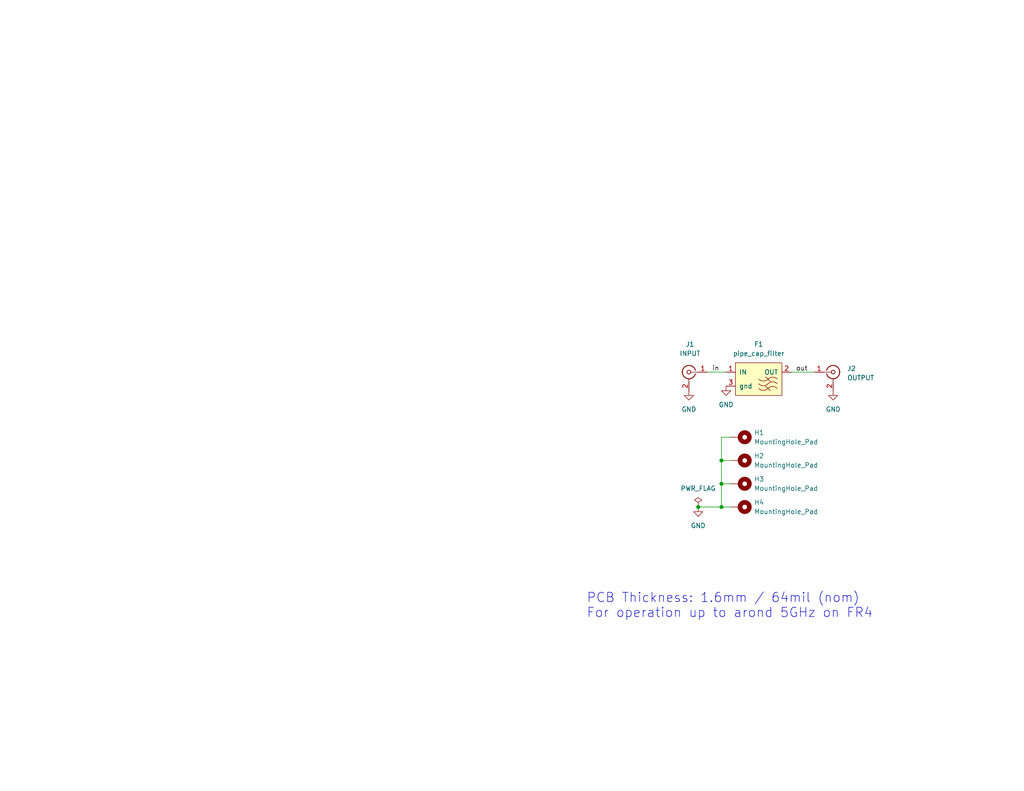
<source format=kicad_sch>
(kicad_sch (version 20211123) (generator eeschema)
  (paper "USLetter")
  (title_block (title "Pipe Cap Filter, 0.75\", V1") (date "2022-03-21") (rev "-") (company "KJ4QLP / Amateur Radio") (comment 2 "creativecommons.org/licenses/by/4.0/") (comment 3 "License: CC BY 4.0") (comment 4 "Author: Zach Leffke, KJ4QLP"))
  (lib_symbols
    (symbol "Connector:Conn_Coaxial" (pin_names (offset 1.016) hide)
      (property "Reference" "J" (at 0.254 3.048 0))
      (property "Value" "Conn_Coaxial" (at 2.921 0 90))
      (symbol "Conn_Coaxial_0_1"
        (arc (start -1.778 -0.508) (mid 0.2311 -1.8066) (end 1.778 0) (stroke (width 0.254)))
        (polyline (pts (xy -2.54 0) (xy -0.508 0)))
        (polyline (pts (xy 0 -2.54) (xy 0 -1.778)))
        (circle (center 0 0) (radius 0.508) (stroke (width 0.2032)))
        (arc (start 1.778 0) (mid 0.2099 1.8101) (end -1.778 0.508) (stroke (width 0.254)))
      )
      (symbol "Conn_Coaxial_1_1"
        (pin passive line (at -5.08 0 0) (length 2.54) (name "In") (number "1"))
        (pin passive line (at 0 -5.08 90) (length 2.54) (name "Ext") (number "2"))
      )
    )
    (symbol "Mechanical:MountingHole_Pad" (pin_numbers hide) (pin_names (offset 1.016) hide)
      (property "Reference" "H" (at 0 6.35 0))
      (property "Value" "MountingHole_Pad" (at 0 4.445 0))
      (symbol "MountingHole_Pad_0_1"
        (circle (center 0 1.27) (radius 1.27) (stroke (width 1.27)))
      )
      (symbol "MountingHole_Pad_1_1"
        (pin input line (at 0 -2.54 90) (length 2.54) (name "1") (number "1"))
      )
    )
    (symbol "kicad_KJ4QLP:pipe_cap_filter" (pin_names (offset 1.016))
      (property "Reference" "F" (at -6.35 3.81 0))
      (property "Value" "pipe_cap_filter" (at 2.54 2.54 0))
      (symbol "pipe_cap_filter_0_1"
        (rectangle (start -6.35 1.27) (end 6.35 -7.62) (fill (type background)))
        (arc (start 0 -5.715) (mid 1.27 -6.2411) (end 2.54 -5.715))
        (arc (start 0 -4.445) (mid 1.27 -4.9711) (end 2.54 -4.445))
        (arc (start 0 -3.175) (mid 1.27 -3.7011) (end 2.54 -3.175))
        (polyline (pts (xy 1.905 -5.08) (xy 3.175 -6.35)))
        (polyline (pts (xy 1.905 -2.54) (xy 3.175 -3.81)))
        (arc (start 5.08 -5.715) (mid 3.81 -5.1889) (end 2.54 -5.715))
        (arc (start 5.08 -4.445) (mid 3.81 -3.9189) (end 2.54 -4.445))
        (arc (start 5.08 -3.175) (mid 3.81 -2.6489) (end 2.54 -3.175))
      )
      (symbol "pipe_cap_filter_1_1"
        (pin passive line (at -8.89 -1.27 0) (length 2.54) (name "IN") (number "1"))
        (pin passive line (at 8.89 -1.27 180) (length 2.54) (name "OUT") (number "2"))
        (pin passive line (at -8.89 -5.08 0) (length 2.54) (name "gnd") (number "3"))
      )
    )
    (symbol "power:GND" (power) (pin_names (offset 0))
      (property "Value" "GND" (at 0 -3.81 0))
      (symbol "GND_0_1"
        (polyline (pts (xy 0 0) (xy 0 -1.27) (xy 1.27 -1.27) (xy 0 -2.54) (xy -1.27 -1.27) (xy 0 -1.27)))
      )
      (symbol "GND_1_1"
        (pin power_in line (at 0 0 270) (length 0) hide (name "GND") (number "1"))
      )
    )
    (symbol "power:PWR_FLAG" (power) (pin_numbers hide) (pin_names (offset 0) hide)
      (property "Value" "PWR_FLAG" (at 0 3.81 0))
      (symbol "PWR_FLAG_0_0"
        (pin power_out line (at 0 0 90) (length 0) (name "pwr") (number "1"))
      )
      (symbol "PWR_FLAG_0_1"
        (polyline (pts (xy 0 0) (xy 0 1.27) (xy -1.016 1.905) (xy 0 2.54) (xy 1.016 1.905) (xy 0 1.27)))
      )
    )
  )
  (junction (at 196.85 125.73))
  (junction (at 196.85 132.08))
  (junction (at 190.5 138.43))
  (junction (at 196.85 138.43))
  (wire (pts (xy 196.85 132.08) (xy 196.85 125.73)))
  (wire (pts (xy 190.5 138.43) (xy 196.85 138.43)))
  (wire (pts (xy 196.85 125.73) (xy 199.39 125.73)))
  (wire (pts (xy 196.85 125.73) (xy 196.85 119.38)))
  (wire (pts (xy 193.04 101.6) (xy 198.12 101.6)))
  (wire (pts (xy 196.85 119.38) (xy 199.39 119.38)))
  (wire (pts (xy 215.9 101.6) (xy 222.25 101.6)))
  (wire (pts (xy 196.85 138.43) (xy 196.85 132.08)))
  (wire (pts (xy 196.85 132.08) (xy 199.39 132.08)))
  (wire (pts (xy 196.85 138.43) (xy 199.39 138.43)))
  (text "PCB Thickness: 1.6mm / 64mil (nom)\nFor operation up to arond 5GHz on FR4" (at 160.02 168.91 0) (effects (font (size 2.54 2.54)) (justify left bottom)))
  (label "out" (at 217.17 101.6 0))
  (label "in" (at 194.31 101.6 0))
  (symbol (lib_id "Connector:Conn_Coaxial") (at 227.33 101.6 0) (unit 1)
    (property "Reference" "J2" (at 231.14 100.6231 0) (effects (justify left)))
    (property "Value" "OUTPUT" (at 231.14 103.1631 0) (effects (justify left)))
    (property "Footprint" "kj4qlp:TAOGLAS_EMPCB.SMAFSTJ.B.HT" (effects hide))
    (property "Datasheet" " ~" (effects hide))
  )
  (symbol (lib_id "power:GND") (at 198.12 105.41 0) (unit 1)
    (property "Reference" "#PWR0104" (effects hide))
    (property "Value" "GND" (at 198.12 110.49 0))
  )
  (symbol (lib_id "kicad_KJ4QLP:pipe_cap_filter") (at 207.01 100.33 0) (unit 1)
    (property "Reference" "F1" (at 207.01 93.98 0))
    (property "Value" "pipe_cap_filter" (at 207.01 96.52 0))
    (property "Footprint" "kj4qlp:PipeCapFilter_0.75in" (effects hide))
  )
  (symbol (lib_id "power:GND") (at 190.5 138.43 0) (unit 1)
    (property "Reference" "#PWR0103" (effects hide))
    (property "Value" "GND" (at 190.5 143.51 0))
  )
  (symbol (lib_id "power:PWR_FLAG") (at 190.5 138.43 0) (unit 1)
    (property "Reference" "#FLG0101" (effects hide))
    (property "Value" "PWR_FLAG" (at 190.5 133.35 0))
  )
  (symbol (lib_id "Connector:Conn_Coaxial") (at 187.96 101.6 0) (mirror y) (unit 1)
    (property "Reference" "J1" (at 188.2774 93.98 0))
    (property "Value" "INPUT" (at 188.2774 96.52 0))
    (property "Footprint" "kj4qlp:TAOGLAS_EMPCB.SMAFSTJ.B.HT" (effects hide))
    (property "Datasheet" " ~" (effects hide))
  )
  (symbol (lib_id "power:GND") (at 187.96 106.68 0) (unit 1)
    (property "Reference" "#PWR0101" (effects hide))
    (property "Value" "GND" (at 187.96 111.76 0))
  )
  (symbol (lib_id "Mechanical:MountingHole_Pad") (at 201.93 119.38 270) (unit 1)
    (property "Reference" "H1" (at 205.74 118.1099 90) (effects (justify left)))
    (property "Value" "MountingHole_Pad" (at 205.74 120.6499 90) (effects (justify left)))
    (property "Footprint" "MountingHole:MountingHole_3.2mm_M3_DIN965_Pad" (effects hide))
  )
  (symbol (lib_id "Mechanical:MountingHole_Pad") (at 201.93 138.43 270) (unit 1)
    (property "Reference" "H4" (at 205.74 137.1599 90) (effects (justify left)))
    (property "Value" "MountingHole_Pad" (at 205.74 139.6999 90) (effects (justify left)))
    (property "Footprint" "MountingHole:MountingHole_3.2mm_M3_ISO7380_Pad" (effects hide))
  )
  (symbol (lib_id "power:GND") (at 227.33 106.68 0) (unit 1)
    (property "Reference" "#PWR0102" (effects hide))
    (property "Value" "GND" (at 227.33 111.76 0))
  )
  (symbol (lib_id "Mechanical:MountingHole_Pad") (at 201.93 132.08 270) (unit 1)
    (property "Reference" "H3" (at 205.74 130.8099 90) (effects (justify left)))
    (property "Value" "MountingHole_Pad" (at 205.74 133.3499 90) (effects (justify left)))
    (property "Footprint" "MountingHole:MountingHole_3.2mm_M3_DIN965_Pad" (effects hide))
  )
  (symbol (lib_id "Mechanical:MountingHole_Pad") (at 201.93 125.73 270) (unit 1)
    (property "Reference" "H2" (at 205.74 124.4599 90) (effects (justify left)))
    (property "Value" "MountingHole_Pad" (at 205.74 126.9999 90) (effects (justify left)))
    (property "Footprint" "MountingHole:MountingHole_3.2mm_M3_DIN965_Pad" (effects hide))
  )
)
</source>
